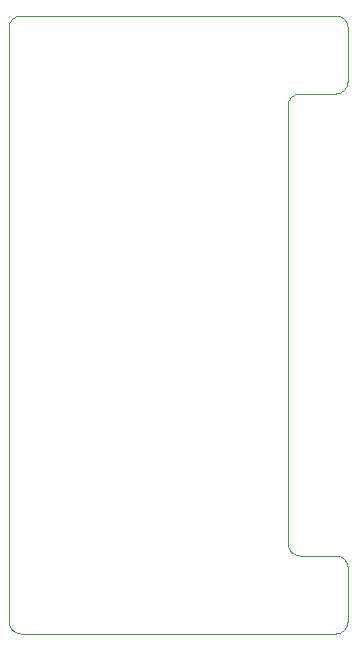
<source format=gm1>
%TF.GenerationSoftware,KiCad,Pcbnew,(5.99.0-12741-g2662433374)*%
%TF.CreationDate,2021-10-19T15:00:24+11:00*%
%TF.ProjectId,Breadboard Power Supply,42726561-6462-46f6-9172-6420506f7765,rev?*%
%TF.SameCoordinates,Original*%
%TF.FileFunction,Profile,NP*%
%FSLAX46Y46*%
G04 Gerber Fmt 4.6, Leading zero omitted, Abs format (unit mm)*
G04 Created by KiCad (PCBNEW (5.99.0-12741-g2662433374)) date 2021-10-19 15:00:24*
%MOMM*%
%LPD*%
G01*
G04 APERTURE LIST*
%TA.AperFunction,Profile*%
%ADD10C,0.100000*%
%TD*%
G04 APERTURE END LIST*
D10*
X121920000Y-116586000D02*
G75*
G03*
X122936000Y-115570000I0J1016000D01*
G01*
X117856000Y-71882000D02*
G75*
G02*
X118872000Y-70866000I1016000J0D01*
G01*
X122936000Y-115570000D02*
X122936000Y-110998000D01*
X94234000Y-65278000D02*
G75*
G02*
X95250000Y-64262000I1016000J0D01*
G01*
X117856000Y-108966000D02*
X117856000Y-71882000D01*
X122936000Y-65278000D02*
G75*
G03*
X121920000Y-64262000I-1016000J0D01*
G01*
X122936000Y-69850000D02*
G75*
G02*
X121920000Y-70866000I-1016000J0D01*
G01*
X122936000Y-69850000D02*
X122936000Y-65278000D01*
X122936000Y-110998000D02*
G75*
G03*
X121920000Y-109982000I-1016000J0D01*
G01*
X118872000Y-109982000D02*
G75*
G02*
X117856000Y-108966000I0J1016000D01*
G01*
X95250000Y-116586000D02*
X121920000Y-116586000D01*
X118872000Y-70866000D02*
X121920000Y-70866000D01*
X121920000Y-109982000D02*
X118872000Y-109982000D01*
X121920000Y-64262000D02*
X95250000Y-64262000D01*
X94234000Y-65278000D02*
X94234000Y-115570000D01*
X95250000Y-116586000D02*
G75*
G02*
X94234000Y-115570000I0J1016000D01*
G01*
M02*

</source>
